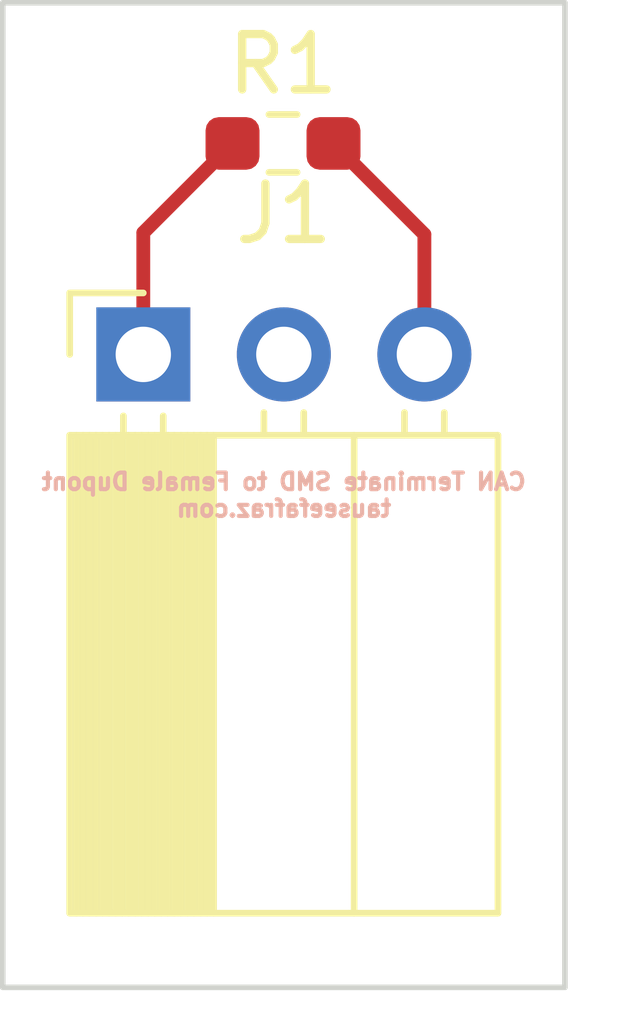
<source format=kicad_pcb>
(kicad_pcb (version 20211014) (generator pcbnew)
  (layers (0 "F.Cu" signal) (31 "B.Cu" signal) (34 "B.Paste" user) (35 "F.Paste" user) (36 "B.SilkS" user "B.Silkscreen") (37 "F.SilkS" user "F.Silkscreen") (38 "B.Mask" user) (39 "F.Mask" user) (44 "Edge.Cuts" user))
  (net 0 "")
  (net 1 "Net-(J1-Pad1)")
  (net 3 "Net-(J1-Pad3)")
  (footprint "Connector_PinSocket_2.54mm:PinSocket_1x03_P2.54mm_Horizontal" (layer "F.Cu") (at 140.97 81.28 90)
    (fp_text reference "J1" (at 2.54 2.54) (layer "F.SilkS"))
    (fp_text value "Conn_01x03_Female")
    (fp_line (start -1.46 -1.33) (end -1.46 6.41) (layer "F.SilkS") (width 0.12))
    (fp_line (start -10.09 -1.33) (end -1.46 -1.33) (layer "F.SilkS") (width 0.12))
    (fp_line (start -10.09 -0.73762) (end -1.46 -0.73762) (layer "F.SilkS") (width 0.12))
    (fp_line (start -10.09 -0.97381) (end -1.46 -0.97381) (layer "F.SilkS") (width 0.12))
    (fp_line (start -10.09 0.67952) (end -1.46 0.67952) (layer "F.SilkS") (width 0.12))
    (fp_line (start -10.09 1.27) (end -1.46 1.27) (layer "F.SilkS") (width 0.12))
    (fp_line (start -10.09 -0.147145) (end -1.46 -0.147145) (layer "F.SilkS") (width 0.12))
    (fp_line (start 1.11 -1.33) (end 1.11 0) (layer "F.SilkS") (width 0.12))
    (fp_line (start -10.09 1.1519) (end -1.46 1.1519) (layer "F.SilkS") (width 0.12))
    (fp_line (start -10.09 -0.50143) (end -1.46 -0.50143) (layer "F.SilkS") (width 0.12))
    (fp_line (start -10.09 0.561425) (end -1.46 0.561425) (layer "F.SilkS") (width 0.12))
    (fp_line (start -1.46 5.44) (end -1.05 5.44) (layer "F.SilkS") (width 0.12))
    (fp_line (start -10.09 -1.21) (end -1.46 -1.21) (layer "F.SilkS") (width 0.12))
    (fp_line (start -10.09 0.797615) (end -1.46 0.797615) (layer "F.SilkS") (width 0.12))
    (fp_line (start -10.09 0.089045) (end -1.46 0.089045) (layer "F.SilkS") (width 0.12))
    (fp_line (start -1.46 4.72) (end -1.05 4.72) (layer "F.SilkS") (width 0.12))
    (fp_line (start -10.09 0.325235) (end -1.46 0.325235) (layer "F.SilkS") (width 0.12))
    (fp_line (start -1.46 2.18) (end -1.05 2.18) (layer "F.SilkS") (width 0.12))
    (fp_line (start -1.46 0.36) (end -1.11 0.36) (layer "F.SilkS") (width 0.12))
    (fp_line (start -10.09 0.20714) (end -1.46 0.20714) (layer "F.SilkS") (width 0.12))
    (fp_line (start -10.09 3.81) (end -1.46 3.81) (layer "F.SilkS") (width 0.12))
    (fp_line (start -10.09 -1.33) (end -10.09 6.41) (layer "F.SilkS") (width 0.12))
    (fp_line (start -10.09 -0.855715) (end -1.46 -0.855715) (layer "F.SilkS") (width 0.12))
    (fp_line (start -10.09 -0.26524) (end -1.46 -0.26524) (layer "F.SilkS") (width 0.12))
    (fp_line (start -10.09 0.44333) (end -1.46 0.44333) (layer "F.SilkS") (width 0.12))
    (fp_line (start -10.09 -0.619525) (end -1.46 -0.619525) (layer "F.SilkS") (width 0.12))
    (fp_line (start -10.09 0.91571) (end -1.46 0.91571) (layer "F.SilkS") (width 0.12))
    (fp_line (start -1.46 -0.36) (end -1.11 -0.36) (layer "F.SilkS") (width 0.12))
    (fp_line (start -10.09 -0.383335) (end -1.46 -0.383335) (layer "F.SilkS") (width 0.12))
    (fp_line (start -10.09 6.41) (end -1.46 6.41) (layer "F.SilkS") (width 0.12))
    (fp_line (start -1.46 2.9) (end -1.05 2.9) (layer "F.SilkS") (width 0.12))
    (fp_line (start -10.09 1.033805) (end -1.46 1.033805) (layer "F.SilkS") (width 0.12))
    (fp_line (start 0 -1.33) (end 1.11 -1.33) (layer "F.SilkS") (width 0.12))
    (fp_line (start -10.09 -0.02905) (end -1.46 -0.02905) (layer "F.SilkS") (width 0.12))
    (fp_line (start -10.09 -1.091905) (end -1.46 -1.091905) (layer "F.SilkS") (width 0.12))
    (pad "1" thru_hole rect (at 0 0 90) (size 1.7 1.7) (drill 1) (layers *.Cu *.Mask) (net 1 "Net-(J1-Pad1)"))
    (pad "2" thru_hole oval (at 0 2.54 90) (size 1.7 1.7) (drill 1) (layers *.Cu *.Mask))
    (pad "3" thru_hole oval (at 0 5.08 90) (size 1.7 1.7) (drill 1) (layers *.Cu *.Mask) (net 3 "Net-(J1-Pad3)"))
  )
  (footprint "Resistor_SMD:R_0603_1608Metric_Pad0.98x0.95mm_HandSolder" (layer "F.Cu") (at 143.495 77.47)
    (fp_text reference "R1" (at 0 -1.43) (layer "F.SilkS"))
    (fp_text value "R")
    (fp_line (start -0.254724 -0.5225) (end 0.254724 -0.5225) (layer "F.SilkS") (width 0.12))
    (fp_line (start -0.254724 0.5225) (end 0.254724 0.5225) (layer "F.SilkS") (width 0.12))
    (pad "1" smd roundrect (at -0.9125 0) (size 0.975 0.95) (layers "F.Cu" "F.Paste" "F.Mask") (net 1 "Net-(J1-Pad1)"))
    (pad "2" smd roundrect (at 0.9125 0) (size 0.975 0.95) (layers "F.Cu" "F.Paste" "F.Mask") (net 3 "Net-(J1-Pad3)"))
  )
  (gr_line (start 148.59 92.71) (end 148.59 74.93) (layer "Edge.Cuts") (width 0.1))
  (gr_line (start 138.43 74.93) (end 138.43 92.71) (layer "Edge.Cuts") (width 0.1))
  (gr_line (start 148.59 74.93) (end 138.43 74.93) (layer "Edge.Cuts") (width 0.1))
  (gr_line (start 138.43 92.71) (end 148.59 92.71) (layer "Edge.Cuts") (width 0.1))
  (gr_text "CAN Terminate SMD to Female Dupont\ntauseefafraz.com" (at 143.51 83.82) (layer "B.SilkS") (effects (font (size 0.3 0.3) (thickness 0.075)) (justify mirror)))
  (segment (start 140.97 79.0825) (end 140.97 81.28) (width 0.25) (layer "F.Cu") (net 1))
  (segment (start 142.5825 77.47) (end 140.97 79.0825) (width 0.25) (layer "F.Cu") (net 1))
  (segment (start 146.05 79.1125) (end 146.05 81.28) (width 0.25) (layer "F.Cu") (net 3))
  (segment (start 144.4075 77.47) (end 146.05 79.1125) (width 0.25) (layer "F.Cu") (net 3))
)
</source>
